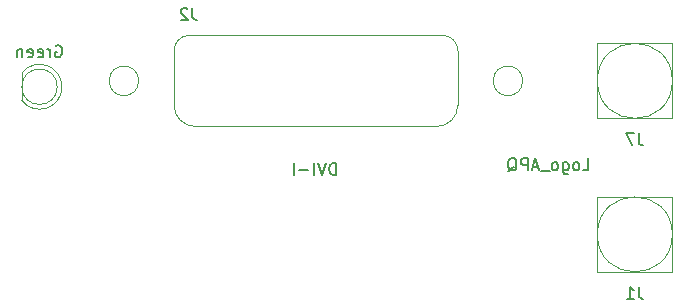
<source format=gbr>
G04 #@! TF.GenerationSoftware,KiCad,Pcbnew,(6.0.1)*
G04 #@! TF.CreationDate,2022-01-25T14:47:39+01:00*
G04 #@! TF.ProjectId,DgDrive_DVI,44674472-6976-4655-9f44-56492e6b6963,1.7*
G04 #@! TF.SameCoordinates,Original*
G04 #@! TF.FileFunction,AssemblyDrawing,Bot*
%FSLAX46Y46*%
G04 Gerber Fmt 4.6, Leading zero omitted, Abs format (unit mm)*
G04 Created by KiCad (PCBNEW (6.0.1)) date 2022-01-25 14:47:39*
%MOMM*%
%LPD*%
G01*
G04 APERTURE LIST*
%ADD10C,0.150000*%
%ADD11C,0.100000*%
%ADD12C,0.120000*%
G04 APERTURE END LIST*
D10*
X102449142Y-96540000D02*
X102544380Y-96492380D01*
X102687238Y-96492380D01*
X102830095Y-96540000D01*
X102925333Y-96635238D01*
X102972952Y-96730476D01*
X103020571Y-96920952D01*
X103020571Y-97063809D01*
X102972952Y-97254285D01*
X102925333Y-97349523D01*
X102830095Y-97444761D01*
X102687238Y-97492380D01*
X102592000Y-97492380D01*
X102449142Y-97444761D01*
X102401523Y-97397142D01*
X102401523Y-97063809D01*
X102592000Y-97063809D01*
X101972952Y-97492380D02*
X101972952Y-96825714D01*
X101972952Y-97016190D02*
X101925333Y-96920952D01*
X101877714Y-96873333D01*
X101782476Y-96825714D01*
X101687238Y-96825714D01*
X100972952Y-97444761D02*
X101068190Y-97492380D01*
X101258666Y-97492380D01*
X101353904Y-97444761D01*
X101401523Y-97349523D01*
X101401523Y-96968571D01*
X101353904Y-96873333D01*
X101258666Y-96825714D01*
X101068190Y-96825714D01*
X100972952Y-96873333D01*
X100925333Y-96968571D01*
X100925333Y-97063809D01*
X101401523Y-97159047D01*
X100115809Y-97444761D02*
X100211047Y-97492380D01*
X100401523Y-97492380D01*
X100496761Y-97444761D01*
X100544380Y-97349523D01*
X100544380Y-96968571D01*
X100496761Y-96873333D01*
X100401523Y-96825714D01*
X100211047Y-96825714D01*
X100115809Y-96873333D01*
X100068190Y-96968571D01*
X100068190Y-97063809D01*
X100544380Y-97159047D01*
X99639619Y-96825714D02*
X99639619Y-97492380D01*
X99639619Y-96920952D02*
X99592000Y-96873333D01*
X99496761Y-96825714D01*
X99353904Y-96825714D01*
X99258666Y-96873333D01*
X99211047Y-96968571D01*
X99211047Y-97492380D01*
X151833333Y-116952380D02*
X151833333Y-117666666D01*
X151880952Y-117809523D01*
X151976190Y-117904761D01*
X152119047Y-117952380D01*
X152214285Y-117952380D01*
X150833333Y-117952380D02*
X151404761Y-117952380D01*
X151119047Y-117952380D02*
X151119047Y-116952380D01*
X151214285Y-117095238D01*
X151309523Y-117190476D01*
X151404761Y-117238095D01*
X151833333Y-103952380D02*
X151833333Y-104666666D01*
X151880952Y-104809523D01*
X151976190Y-104904761D01*
X152119047Y-104952380D01*
X152214285Y-104952380D01*
X151452380Y-103952380D02*
X150785714Y-103952380D01*
X151214285Y-104952380D01*
X147080952Y-107072380D02*
X147557142Y-107072380D01*
X147557142Y-106072380D01*
X146604761Y-107072380D02*
X146700000Y-107024761D01*
X146747619Y-106977142D01*
X146795238Y-106881904D01*
X146795238Y-106596190D01*
X146747619Y-106500952D01*
X146700000Y-106453333D01*
X146604761Y-106405714D01*
X146461904Y-106405714D01*
X146366666Y-106453333D01*
X146319047Y-106500952D01*
X146271428Y-106596190D01*
X146271428Y-106881904D01*
X146319047Y-106977142D01*
X146366666Y-107024761D01*
X146461904Y-107072380D01*
X146604761Y-107072380D01*
X145414285Y-106405714D02*
X145414285Y-107215238D01*
X145461904Y-107310476D01*
X145509523Y-107358095D01*
X145604761Y-107405714D01*
X145747619Y-107405714D01*
X145842857Y-107358095D01*
X145414285Y-107024761D02*
X145509523Y-107072380D01*
X145700000Y-107072380D01*
X145795238Y-107024761D01*
X145842857Y-106977142D01*
X145890476Y-106881904D01*
X145890476Y-106596190D01*
X145842857Y-106500952D01*
X145795238Y-106453333D01*
X145700000Y-106405714D01*
X145509523Y-106405714D01*
X145414285Y-106453333D01*
X144795238Y-107072380D02*
X144890476Y-107024761D01*
X144938095Y-106977142D01*
X144985714Y-106881904D01*
X144985714Y-106596190D01*
X144938095Y-106500952D01*
X144890476Y-106453333D01*
X144795238Y-106405714D01*
X144652380Y-106405714D01*
X144557142Y-106453333D01*
X144509523Y-106500952D01*
X144461904Y-106596190D01*
X144461904Y-106881904D01*
X144509523Y-106977142D01*
X144557142Y-107024761D01*
X144652380Y-107072380D01*
X144795238Y-107072380D01*
X144271428Y-107167619D02*
X143509523Y-107167619D01*
X143319047Y-106786666D02*
X142842857Y-106786666D01*
X143414285Y-107072380D02*
X143080952Y-106072380D01*
X142747619Y-107072380D01*
X142414285Y-107072380D02*
X142414285Y-106072380D01*
X142033333Y-106072380D01*
X141938095Y-106120000D01*
X141890476Y-106167619D01*
X141842857Y-106262857D01*
X141842857Y-106405714D01*
X141890476Y-106500952D01*
X141938095Y-106548571D01*
X142033333Y-106596190D01*
X142414285Y-106596190D01*
X140747619Y-107167619D02*
X140842857Y-107120000D01*
X140938095Y-107024761D01*
X141080952Y-106881904D01*
X141176190Y-106834285D01*
X141271428Y-106834285D01*
X141223809Y-107072380D02*
X141319047Y-107024761D01*
X141414285Y-106929523D01*
X141461904Y-106739047D01*
X141461904Y-106405714D01*
X141414285Y-106215238D01*
X141319047Y-106120000D01*
X141223809Y-106072380D01*
X141033333Y-106072380D01*
X140938095Y-106120000D01*
X140842857Y-106215238D01*
X140795238Y-106405714D01*
X140795238Y-106739047D01*
X140842857Y-106929523D01*
X140938095Y-107024761D01*
X141033333Y-107072380D01*
X141223809Y-107072380D01*
X126180714Y-107452380D02*
X126180714Y-106452380D01*
X125942619Y-106452380D01*
X125799761Y-106500000D01*
X125704523Y-106595238D01*
X125656904Y-106690476D01*
X125609285Y-106880952D01*
X125609285Y-107023809D01*
X125656904Y-107214285D01*
X125704523Y-107309523D01*
X125799761Y-107404761D01*
X125942619Y-107452380D01*
X126180714Y-107452380D01*
X125323571Y-106452380D02*
X124990238Y-107452380D01*
X124656904Y-106452380D01*
X124323571Y-107452380D02*
X124323571Y-106452380D01*
X123847380Y-107071428D02*
X123085476Y-107071428D01*
X122609285Y-107452380D02*
X122609285Y-106452380D01*
X114028333Y-93352380D02*
X114028333Y-94066666D01*
X114075952Y-94209523D01*
X114171190Y-94304761D01*
X114314047Y-94352380D01*
X114409285Y-94352380D01*
X113599761Y-93447619D02*
X113552142Y-93400000D01*
X113456904Y-93352380D01*
X113218809Y-93352380D01*
X113123571Y-93400000D01*
X113075952Y-93447619D01*
X113028333Y-93542857D01*
X113028333Y-93638095D01*
X113075952Y-93780952D01*
X113647380Y-94352380D01*
X113028333Y-94352380D01*
D11*
X99592000Y-101166190D02*
X99592000Y-98833810D01*
X102592000Y-100000000D02*
G75*
G03*
X102592000Y-100000000I-1500000J0D01*
G01*
X99592000Y-101166190D02*
G75*
G03*
X99591445Y-98834524I1500000J1166190D01*
G01*
X154675000Y-115675000D02*
X154675000Y-109325000D01*
X148325000Y-109325000D02*
X154675000Y-109325000D01*
X148325000Y-115675000D02*
X148325000Y-109325000D01*
X148325000Y-115675000D02*
X154675000Y-115675000D01*
X154675000Y-112500000D02*
G75*
G03*
X154675000Y-112500000I-3175000J0D01*
G01*
X154675000Y-102675000D02*
X154675000Y-96325000D01*
X148325000Y-96325000D02*
X154675000Y-96325000D01*
X148325000Y-102675000D02*
X148325000Y-96325000D01*
X148325000Y-102675000D02*
X154675000Y-102675000D01*
X154675000Y-99500000D02*
G75*
G03*
X154675000Y-99500000I-3175000J0D01*
G01*
D12*
X142001000Y-99500000D02*
G75*
G03*
X142001000Y-99500000I-1250000J0D01*
G01*
X109489000Y-99500000D02*
G75*
G03*
X109489000Y-99500000I-1250000J0D01*
G01*
D11*
X136509200Y-101560800D02*
X136509200Y-96939200D01*
X112480800Y-101560800D02*
X112480800Y-96939200D01*
X134709200Y-103360800D02*
X114280800Y-103360800D01*
X135209200Y-95639200D02*
X113780800Y-95639200D01*
X112480800Y-101560800D02*
G75*
G03*
X114280800Y-103360800I1800000J0D01*
G01*
X113780800Y-95639200D02*
G75*
G03*
X112480800Y-96939200I0J-1300000D01*
G01*
X134709200Y-103360800D02*
G75*
G03*
X136509200Y-101560800I0J1800000D01*
G01*
X136509200Y-96939200D02*
G75*
G03*
X135209200Y-95639200I-1300000J0D01*
G01*
M02*

</source>
